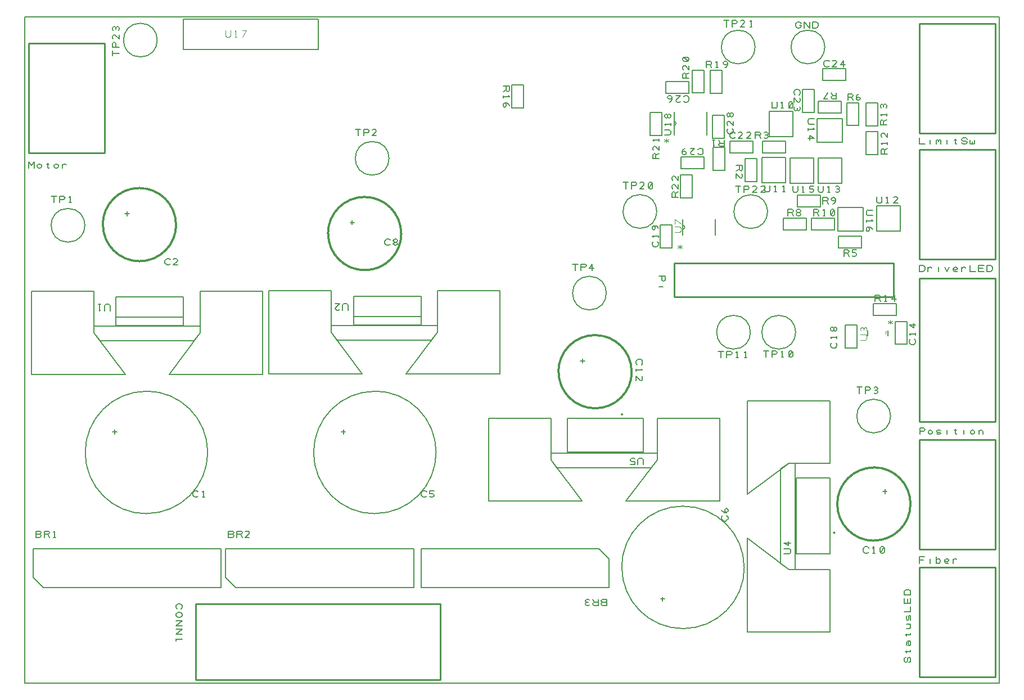
<source format=gbr>
%FSLAX23Y23*%
%MOIN*%
G04 EasyPC Gerber Version 17.0 Build 3379 *
%ADD126C,0.00300*%
%ADD80C,0.00500*%
%ADD125C,0.00600*%
%ADD128C,0.00787*%
%ADD124C,0.00800*%
%ADD97C,0.01000*%
%ADD129C,0.01200*%
X0Y0D02*
D02*
D80*
X74Y35D02*
X5850D01*
Y3984*
X74*
Y35*
X97Y3086D02*
Y3124D01*
X113Y3105*
X129Y3124*
Y3086*
X147Y3096D02*
X151Y3089D01*
X157Y3086*
X163*
X169Y3089*
X172Y3096*
Y3102*
X169Y3108*
X163Y3111*
X157*
X151Y3108*
X147Y3102*
Y3096*
X204Y3111D02*
X216D01*
X210Y3118D02*
Y3089D01*
X213Y3086*
X216*
X219Y3089*
X247Y3096D02*
X250Y3089D01*
X257Y3086*
X263*
X269Y3089*
X272Y3096*
Y3102*
X269Y3108*
X263Y3111*
X257*
X250Y3108*
X247Y3102*
Y3096*
X297Y3086D02*
Y3111D01*
Y3102D02*
X301Y3108D01*
X307Y3111*
X313*
X319Y3108*
X124Y829D02*
X1238D01*
Y600*
X183*
X124Y659*
Y829*
X161Y917D02*
X167Y913D01*
X170Y907*
X167Y901*
X161Y898*
X139*
Y935*
X161*
X167Y932*
X170Y926*
X167Y920*
X161Y917*
X139*
X189Y898D02*
Y935D01*
X211*
X217Y932*
X220Y926*
X217Y920*
X211Y917*
X189*
X211D02*
X220Y898D01*
X245D02*
X257D01*
X251D02*
Y935D01*
X245Y929*
X246Y2882D02*
Y2919D01*
X230D02*
X262D01*
X280Y2882D02*
Y2919D01*
X302*
X308Y2916*
X312Y2910*
X308Y2904*
X302Y2901*
X280*
X337Y2882D02*
X349D01*
X343D02*
Y2919D01*
X337Y2913*
X484Y2149D02*
Y2110D01*
X519Y2063*
X1078*
X1114Y2110*
Y2149*
X484*
Y2356D02*
Y2110D01*
X669Y1864*
X114*
Y2356*
X484*
X580Y2241D02*
Y2270D01*
X576Y2276*
X570Y2279*
X558*
X551Y2276*
X548Y2270*
Y2241*
X523Y2279D02*
X511D01*
X517D02*
Y2241D01*
X523Y2248*
X595Y1523D02*
X620D01*
X608Y1511D02*
Y1536D01*
X632Y3767D02*
X594D01*
Y3752D02*
Y3783D01*
X632Y3802D02*
X594D01*
Y3823*
X598Y3830*
X604Y3833*
X610Y3830*
X613Y3823*
Y3802*
X632Y3877D02*
Y3852D01*
X610Y3873*
X604Y3877*
X598Y3873*
X594Y3867*
Y3858*
X598Y3852*
X629Y3905D02*
X632Y3911D01*
Y3917*
X629Y3923*
X623Y3927*
X616Y3923*
X613Y3917*
Y3911*
Y3917D02*
X610Y3923D01*
X604Y3927*
X598Y3923*
X594Y3917*
Y3911*
X598Y3905*
X667Y2818D02*
X692D01*
X680Y2805D02*
Y2830D01*
X795Y1039D02*
G75*
G03Y1764J363D01*
G01*
G75*
G03Y1039J-363*
G01*
X937Y2519D02*
X933Y2516D01*
X927Y2513*
X918*
X912Y2516*
X908Y2519*
X905Y2525*
Y2538*
X908Y2544*
X912Y2547*
X918Y2550*
X927*
X933Y2547*
X937Y2544*
X980Y2513D02*
X955D01*
X977Y2535*
X980Y2541*
X977Y2547*
X971Y2550*
X962*
X955Y2547*
X976Y473D02*
X973Y476D01*
X970Y482*
Y492*
X973Y498*
X976Y501*
X982Y504*
X995*
X1001Y501*
X1004Y498*
X1007Y492*
Y482*
X1004Y476*
X1001Y473*
X982Y454D02*
X995D01*
X1001Y451*
X1004Y448*
X1007Y442*
Y435*
X1004Y429*
X1001Y426*
X995Y423*
X982*
X976Y426*
X973Y429*
X970Y435*
Y442*
X973Y448*
X976Y451*
X982Y454*
X970Y404D02*
X1007D01*
X970Y373*
X1007*
X970Y354D02*
X1007D01*
X970Y323*
X1007*
X970Y298D02*
Y285D01*
Y292D02*
X1007D01*
X1001Y298*
X1014Y2153D02*
Y2323D01*
X615*
Y2153*
X1014*
Y2203D02*
X615D01*
X1101Y1142D02*
X1098Y1139D01*
X1092Y1136*
X1083*
X1076Y1139*
X1073Y1142*
X1070Y1148*
Y1161*
X1073Y1167*
X1076Y1170*
X1083Y1173*
X1092*
X1098Y1170*
X1101Y1167*
X1126Y1136D02*
X1139D01*
X1133D02*
Y1173D01*
X1126Y1167*
X1114Y2356D02*
Y2110D01*
X929Y1864*
X1484*
Y2356*
X1114*
X1265Y829D02*
X2379D01*
Y600*
X1324*
X1265Y659*
Y829*
X1302Y917D02*
X1309Y913D01*
X1312Y907*
X1309Y901*
X1302Y898*
X1280*
Y935*
X1302*
X1309Y932*
X1312Y926*
X1309Y920*
X1302Y917*
X1280*
X1330Y898D02*
Y935D01*
X1352*
X1359Y932*
X1362Y926*
X1359Y920*
X1352Y917*
X1330*
X1352D02*
X1362Y898D01*
X1405D02*
X1380D01*
X1402Y920*
X1405Y926*
X1402Y932*
X1396Y935*
X1387*
X1380Y932*
X1889Y2153D02*
Y2114D01*
X1925Y2066*
X2484*
X2519Y2114*
Y2153*
X1889*
Y2360D02*
Y2114D01*
X2074Y1868*
X1519*
Y2360*
X1889*
X1950Y1523D02*
X1975D01*
X1962Y1511D02*
Y1536D01*
X1989Y2245D02*
Y2274D01*
X1986Y2280*
X1980Y2283*
X1967*
X1961Y2280*
X1958Y2274*
Y2245*
X1914Y2283D02*
X1939D01*
X1917Y2261*
X1914Y2255*
X1917Y2249*
X1923Y2245*
X1933*
X1939Y2249*
X2002Y2764D02*
X2027D01*
X2014Y2752D02*
Y2777D01*
X2049Y3280D02*
Y3317D01*
X2033D02*
X2065D01*
X2083Y3280D02*
Y3317D01*
X2105*
X2112Y3314*
X2115Y3308*
X2112Y3301*
X2105Y3298*
X2083*
X2158Y3280D02*
X2133D01*
X2155Y3301*
X2158Y3308*
X2155Y3314*
X2149Y3317*
X2140*
X2133Y3314*
X2149Y1039D02*
G75*
G03Y1764J363D01*
G01*
G75*
G03Y1039J-363*
G01*
X2240Y2635D02*
X2237Y2632D01*
X2230Y2629*
X2221*
X2215Y2632*
X2212Y2635*
X2208Y2641*
Y2654*
X2212Y2660*
X2215Y2663*
X2221Y2666*
X2230*
X2237Y2663*
X2240Y2660*
X2268Y2648D02*
X2274D01*
X2280Y2651*
X2283Y2657*
X2280Y2663*
X2274Y2666*
X2268*
X2262Y2663*
X2258Y2657*
X2262Y2651*
X2268Y2648*
X2262Y2644*
X2258Y2638*
X2262Y2632*
X2268Y2629*
X2274*
X2280Y2632*
X2283Y2638*
X2280Y2644*
X2274Y2648*
X2424Y2157D02*
Y2327D01*
X2024*
Y2157*
X2424*
Y2207D02*
X2024D01*
X2456Y1142D02*
X2453Y1139D01*
X2446Y1136*
X2437*
X2431Y1139*
X2428Y1142*
X2425Y1148*
Y1161*
X2428Y1167*
X2431Y1170*
X2437Y1173*
X2446*
X2453Y1170*
X2456Y1167*
X2475Y1139D02*
X2481Y1136D01*
X2490*
X2496Y1139*
X2500Y1145*
Y1148*
X2496Y1154*
X2490Y1157*
X2475*
Y1173*
X2500*
X2519Y2360D02*
Y2114D01*
X2334Y1868*
X2889*
Y2360*
X2519*
X2909Y3572D02*
X2947D01*
Y3550*
X2943Y3544*
X2937Y3541*
X2931Y3544*
X2928Y3550*
Y3572*
Y3550D02*
X2909Y3541D01*
Y3516D02*
Y3503D01*
Y3509D02*
X2947D01*
X2940Y3516*
X2918Y3472D02*
X2925Y3469D01*
X2928Y3463*
Y3456*
X2925Y3450*
X2918Y3447*
X2912Y3450*
X2909Y3456*
Y3463*
X2912Y3469*
X2918Y3472*
X2928*
X2937Y3469*
X2943Y3463*
X2947Y3456*
X3192Y1397D02*
Y1358D01*
X3228Y1311*
X3787*
X3822Y1358*
Y1397*
X3192*
Y1604D02*
Y1358D01*
X3377Y1112*
X2822*
Y1604*
X3192*
X3336Y2480D02*
Y2518D01*
X3321D02*
X3352D01*
X3371Y2480D02*
Y2518D01*
X3393*
X3399Y2515*
X3402Y2509*
X3399Y2502*
X3393Y2499*
X3371*
X3436Y2480D02*
Y2518D01*
X3421Y2493*
X3446*
X3368Y1945D02*
X3393D01*
X3380Y1933D02*
Y1958D01*
X3500Y512D02*
X3494Y515D01*
X3491Y522*
X3494Y528*
X3500Y531*
X3522*
Y493*
X3500*
X3494Y497*
X3491Y503*
X3494Y509*
X3500Y512*
X3522*
X3472Y531D02*
Y493D01*
X3450*
X3444Y497*
X3441Y503*
X3444Y509*
X3450Y512*
X3472*
X3450D02*
X3441Y531D01*
X3419Y528D02*
X3412Y531D01*
X3406*
X3400Y528*
X3397Y522*
X3400Y515*
X3406Y512*
X3412*
X3406D02*
X3400Y509D01*
X3397Y503*
X3400Y497*
X3406Y493*
X3412*
X3419Y497*
X3537Y600D02*
X2423D01*
Y829*
X3478*
X3537Y770*
Y600*
X3636Y2965D02*
Y3002D01*
X3620D02*
X3651D01*
X3670Y2965D02*
Y3002D01*
X3692*
X3698Y2999*
X3701Y2993*
X3698Y2987*
X3692Y2983*
X3670*
X3745Y2965D02*
X3720D01*
X3742Y2987*
X3745Y2993*
X3742Y2999*
X3736Y3002*
X3726*
X3720Y2999*
X3773Y2968D02*
X3779Y2965D01*
X3786*
X3792Y2968*
X3795Y2974*
Y2993*
X3792Y2999*
X3786Y3002*
X3779*
X3773Y2999*
X3770Y2993*
Y2974*
X3773Y2968*
X3792Y2999*
X3704Y1921D02*
X3701Y1924D01*
X3698Y1930*
Y1940*
X3701Y1946*
X3704Y1949*
X3710Y1952*
X3723*
X3729Y1949*
X3732Y1946*
X3735Y1940*
Y1930*
X3732Y1924*
X3729Y1921*
X3698Y1896D02*
Y1884D01*
Y1890D02*
X3735D01*
X3729Y1896*
X3698Y1827D02*
Y1852D01*
X3720Y1830*
X3726Y1827*
X3732Y1830*
X3735Y1837*
Y1846*
X3732Y1852*
X3739Y1330D02*
Y1358D01*
X3736Y1365*
X3729Y1368*
X3717*
X3711Y1365*
X3707Y1358*
Y1330*
X3689Y1365D02*
X3682Y1368D01*
X3673*
X3667Y1365*
X3664Y1358*
Y1355*
X3667Y1349*
X3673Y1346*
X3689*
Y1330*
X3664*
X3822Y1604D02*
Y1358D01*
X3637Y1112*
X4192*
Y1604*
X3822*
X3832Y2447D02*
X3870D01*
Y2425*
X3867Y2419*
X3860Y2416*
X3854Y2419*
X3851Y2425*
Y2447*
X3832Y2385D02*
X3857D01*
X3867D02*
X3824Y2651*
X3827Y2648D01*
X3830Y2642*
Y2632*
X3827Y2626*
X3824Y2623*
X3818Y2620*
X3805*
X3799Y2623*
X3796Y2626*
X3793Y2632*
Y2642*
X3796Y2648*
X3799Y2651*
X3830Y2676D02*
Y2688D01*
Y2682D02*
X3793D01*
X3799Y2676*
X3830Y2729D02*
X3827Y2735D01*
X3821Y2742*
X3811Y2745*
X3802*
X3796Y2742*
X3793Y2735*
Y2729*
X3796Y2723*
X3802Y2720*
X3808Y2723*
X3811Y2729*
Y2735*
X3808Y2742*
X3802Y2745*
X3834Y3142D02*
X3797D01*
Y3164*
X3800Y3170*
X3806Y3173*
X3812Y3170*
X3815Y3164*
Y3142*
Y3164D02*
X3834Y3173D01*
Y3217D02*
Y3192D01*
X3812Y3214*
X3806Y3217*
X3800Y3214*
X3797Y3207*
Y3198*
X3800Y3192*
X3834Y3248D02*
Y3261D01*
Y3254D02*
X3797D01*
X3803Y3248*
X3854Y520D02*
Y545D01*
X3867Y533D02*
X3842D01*
X3867Y3283D02*
X3895D01*
X3901Y3286*
X3904Y3292*
Y3305*
X3901Y3311*
X3895Y3314*
X3867*
X3904Y3339D02*
Y3352D01*
Y3346D02*
X3867D01*
X3873Y3339*
X3885Y3392D02*
Y3399D01*
X3882Y3405*
X3876Y3408*
X3870Y3405*
X3867Y3399*
Y3392*
X3870Y3386*
X3876Y3383*
X3882Y3386*
X3885Y3392*
X3888Y3386*
X3895Y3383*
X3901Y3386*
X3904Y3392*
Y3399*
X3901Y3405*
X3895Y3408*
X3888Y3405*
X3885Y3399*
X3948Y2915D02*
X3911D01*
Y2937*
X3914Y2944*
X3920Y2947*
X3926Y2944*
X3930Y2937*
Y2915*
Y2937D02*
X3948Y2947D01*
Y2990D02*
Y2965D01*
X3926Y2987*
X3920Y2990*
X3914Y2987*
X3911Y2981*
Y2972*
X3914Y2965*
X3948Y3040D02*
Y3015D01*
X3926Y3037*
X3920Y3040*
X3914Y3037*
X3911Y3031*
Y3022*
X3914Y3015*
X3979Y3510D02*
X3982Y3513D01*
X3988Y3516*
X3998*
X4004Y3513*
X4007Y3510*
X4010Y3503*
Y3491*
X4007Y3485*
X4004Y3481*
X3998Y3478*
X3988*
X3982Y3481*
X3979Y3485*
X3935Y3516D02*
X3960D01*
X3938Y3494*
X3935Y3488*
X3938Y3481*
X3945Y3478*
X3954*
X3960Y3481*
X3910Y3506D02*
X3907Y3500D01*
X3901Y3497*
X3895*
X3888Y3500*
X3885Y3506*
X3888Y3513*
X3895Y3516*
X3901*
X3907Y3513*
X3910Y3506*
Y3497*
X3907Y3488*
X3901Y3481*
X3895Y3478*
X4011Y3620D02*
X3974D01*
Y3642*
X3977Y3648*
X3983Y3651*
X3989Y3648*
X3993Y3642*
Y3620*
Y3642D02*
X4011Y3651D01*
Y3695D02*
Y3670D01*
X3989Y3692*
X3983Y3695*
X3977Y3692*
X3974Y3685*
Y3676*
X3977Y3670*
X4008Y3723D02*
X4011Y3729D01*
Y3735*
X4008Y3742*
X4002Y3745*
X3983*
X3977Y3742*
X3974Y3735*
Y3729*
X3977Y3723*
X3983Y3720*
X4002*
X4008Y3723*
X3977Y3742*
X4064Y3198D02*
X4067Y3201D01*
X4073Y3204*
X4083*
X4089Y3201*
X4092Y3198*
X4095Y3192*
Y3179*
X4092Y3173*
X4089Y3170*
X4083Y3167*
X4073*
X4067Y3170*
X4064Y3173*
X4020Y3204D02*
X4045D01*
X4023Y3182*
X4020Y3176*
X4023Y3170*
X4029Y3167*
X4039*
X4045Y3170*
X3986Y3204D02*
X3979Y3201D01*
X3973Y3195*
X3970Y3186*
Y3176*
X3973Y3170*
X3979Y3167*
X3986*
X3992Y3170*
X3995Y3176*
X3992Y3182*
X3986Y3186*
X3979*
X3973Y3182*
X3970Y3176*
X4114Y3682D02*
Y3720D01*
X4136*
X4142Y3717*
X4145Y3710*
X4142Y3704*
X4136Y3701*
X4114*
X4136D02*
X4145Y3682D01*
X4170D02*
X4182D01*
X4176D02*
Y3720D01*
X4170Y3713*
X4223Y3682D02*
X4229Y3685D01*
X4236Y3692*
X4239Y3701*
Y3710*
X4236Y3717*
X4229Y3720*
X4223*
X4217Y3717*
X4214Y3710*
X4217Y3704*
X4223Y3701*
X4229*
X4236Y3704*
X4239Y3710*
X4200Y1962D02*
Y1999D01*
X4185D02*
X4216D01*
X4235Y1962D02*
Y1999D01*
X4256*
X4263Y1996*
X4266Y1990*
X4263Y1984*
X4256Y1980*
X4235*
X4291Y1962D02*
X4303D01*
X4297D02*
Y1999D01*
X4291Y1993*
X4341Y1962D02*
X4353D01*
X4347D02*
Y1999D01*
X4341Y1993*
X4232Y3925D02*
Y3962D01*
X4216D02*
X4247D01*
X4266Y3925D02*
Y3962D01*
X4288*
X4294Y3959*
X4297Y3953*
X4294Y3946*
X4288Y3943*
X4266*
X4341Y3925D02*
X4316D01*
X4338Y3946*
X4341Y3953*
X4338Y3959*
X4332Y3962*
X4322*
X4316Y3959*
X4372Y3925D02*
X4385D01*
X4379D02*
Y3962D01*
X4372Y3956*
X4219Y3253D02*
Y3216D01*
X4197*
X4190Y3219*
X4187Y3225*
X4190Y3232*
X4197Y3235*
X4219*
X4197D02*
X4187Y3253D01*
X4162D02*
X4150D01*
X4156D02*
Y3216D01*
X4162Y3222*
X4235Y1027D02*
X4238Y1024D01*
X4242Y1017*
Y1008*
X4238Y1002*
X4235Y999*
X4229Y995*
X4217*
X4210Y999*
X4207Y1002*
X4204Y1008*
Y1017*
X4207Y1024*
X4210Y1027*
X4232Y1045D02*
X4226Y1049D01*
X4223Y1055*
Y1061*
X4226Y1067*
X4232Y1070*
X4238Y1067*
X4242Y1061*
Y1055*
X4238Y1049*
X4232Y1045*
X4223*
X4213Y1049*
X4207Y1055*
X4204Y1061*
X4285Y3269D02*
X4282Y3266D01*
X4275Y3263*
X4266*
X4260Y3266*
X4257Y3269*
X4253Y3275*
Y3288*
X4257Y3294*
X4260Y3297*
X4266Y3300*
X4275*
X4282Y3297*
X4285Y3294*
X4328Y3263D02*
X4303D01*
X4325Y3285*
X4328Y3291*
X4325Y3297*
X4319Y3300*
X4310*
X4303Y3297*
X4378Y3263D02*
X4353D01*
X4375Y3285*
X4378Y3291*
X4375Y3297*
X4369Y3300*
X4360*
X4353Y3297*
X4290Y3102D02*
X4328D01*
Y3080*
X4325Y3074*
X4319Y3071*
X4312Y3074*
X4309Y3080*
Y3102*
Y3080D02*
X4290Y3071D01*
Y3027D02*
Y3052D01*
X4312Y3030*
X4319Y3027*
X4325Y3030*
X4328Y3036*
Y3046*
X4325Y3052*
X4267Y3321D02*
X4270Y3318D01*
X4273Y3312*
Y3302*
X4270Y3296*
X4267Y3293*
X4261Y3290*
X4248*
X4242Y3293*
X4239Y3296*
X4236Y3302*
Y3312*
X4239Y3318*
X4242Y3321*
X4273Y3365D02*
Y3340D01*
X4251Y3362*
X4245Y3365*
X4239Y3362*
X4236Y3356*
Y3346*
X4239Y3340*
X4254Y3399D02*
Y3406D01*
X4251Y3412*
X4245Y3415*
X4239Y3412*
X4236Y3406*
Y3399*
X4239Y3393*
X4245Y3390*
X4251Y3393*
X4254Y3399*
X4258Y3393*
X4264Y3390*
X4270Y3393*
X4273Y3399*
Y3406*
X4270Y3412*
X4264Y3415*
X4258Y3412*
X4254Y3406*
X4303Y2942D02*
Y2980D01*
X4287D02*
X4318D01*
X4337Y2942D02*
Y2980D01*
X4359*
X4365Y2976*
X4368Y2970*
X4365Y2964*
X4359Y2961*
X4337*
X4412Y2942D02*
X4387D01*
X4409Y2964*
X4412Y2970*
X4409Y2976*
X4403Y2980*
X4393*
X4387Y2976*
X4462Y2942D02*
X4437D01*
X4459Y2964*
X4462Y2970*
X4459Y2976*
X4453Y2980*
X4443*
X4437Y2976*
X4338Y720D02*
G75*
G03X3613I-363D01*
G01*
G75*
G03X4338I363*
G01*
X4405Y3263D02*
Y3300D01*
X4427*
X4433Y3297*
X4436Y3291*
X4433Y3285*
X4427Y3282*
X4405*
X4427D02*
X4436Y3263D01*
X4458Y3266D02*
X4464Y3263D01*
X4471*
X4477Y3266*
X4480Y3272*
X4477Y3279*
X4471Y3282*
X4464*
X4471D02*
X4477Y3285D01*
X4480Y3291*
X4477Y3297*
X4471Y3300*
X4464*
X4458Y3297*
X4468Y1966D02*
Y2003D01*
X4452D02*
X4484D01*
X4502Y1966D02*
Y2003D01*
X4524*
X4530Y2000*
X4534Y1994*
X4530Y1988*
X4524Y1984*
X4502*
X4559Y1966D02*
X4571D01*
X4565D02*
Y2003D01*
X4559Y1997*
X4605Y1969D02*
X4612Y1966D01*
X4618*
X4624Y1969*
X4627Y1975*
Y1994*
X4624Y2000*
X4618Y2003*
X4612*
X4605Y2000*
X4602Y1994*
Y1975*
X4605Y1969*
X4624Y2000*
X4460Y2983D02*
Y2955D01*
X4463Y2949*
X4470Y2946*
X4482*
X4488Y2949*
X4491Y2955*
Y2983*
X4516Y2946D02*
X4529D01*
X4523D02*
Y2983D01*
X4516Y2977*
X4566Y2946D02*
X4579D01*
X4573D02*
Y2983D01*
X4566Y2977*
X4502Y3480D02*
Y3451D01*
X4505Y3445*
X4511Y3442*
X4523*
X4530Y3445*
X4533Y3451*
Y3480*
X4558Y3442D02*
X4570D01*
X4564D02*
Y3480D01*
X4558Y3473*
X4605Y3445D02*
X4611Y3442D01*
X4617*
X4623Y3445*
X4627Y3451*
Y3470*
X4623Y3476*
X4617Y3480*
X4611*
X4605Y3476*
X4602Y3470*
Y3451*
X4605Y3445*
X4623Y3476*
X4585Y2999D02*
Y3149D01*
X4445*
Y2999*
X4584*
X4598Y2805D02*
Y2843D01*
X4620*
X4626Y2840*
X4629Y2833*
X4626Y2827*
X4620Y2824*
X4598*
X4620D02*
X4629Y2805D01*
X4657Y2824D02*
X4664D01*
X4670Y2827*
X4673Y2833*
X4670Y2840*
X4664Y2843*
X4657*
X4651Y2840*
X4648Y2833*
X4651Y2827*
X4657Y2824*
X4651Y2821*
X4648Y2815*
X4651Y2808*
X4657Y2805*
X4664*
X4670Y2808*
X4673Y2815*
X4670Y2821*
X4664Y2824*
X4574Y800D02*
X4602D01*
X4609Y803*
X4612Y809*
Y822*
X4609Y828*
X4602Y831*
X4574*
X4612Y865D02*
X4574D01*
X4599Y850*
Y875*
X4639Y3521D02*
X4636Y3525D01*
X4633Y3531*
Y3540*
X4636Y3546*
X4639Y3550*
X4645Y3553*
X4658*
X4664Y3550*
X4667Y3546*
X4670Y3540*
Y3531*
X4667Y3525*
X4664Y3521*
X4633Y3478D02*
Y3503D01*
X4655Y3481*
X4661Y3478*
X4667Y3481*
X4670Y3487*
Y3496*
X4667Y3503*
X4636Y3450D02*
X4633Y3443D01*
Y3437*
X4636Y3431*
X4642Y3428*
X4649Y3431*
X4652Y3437*
Y3443*
Y3437D02*
X4655Y3431D01*
X4661Y3428*
X4667Y3431*
X4670Y3437*
Y3443*
X4667Y3450*
X4626Y2980D02*
Y2952D01*
X4629Y2946*
X4635Y2943*
X4647*
X4654Y2946*
X4657Y2952*
Y2980*
X4682Y2943D02*
X4694D01*
X4688D02*
Y2980D01*
X4682Y2974*
X4726Y2946D02*
X4732Y2943D01*
X4741*
X4747Y2946*
X4751Y2952*
Y2955*
X4747Y2962*
X4741Y2965*
X4726*
Y2980*
X4751*
X4627Y3275D02*
Y3425D01*
X4487*
Y3275*
X4626*
X4641Y1338D02*
X4602D01*
X4555Y1303*
Y744*
X4602Y708*
X4641*
Y1338*
X4667Y3932D02*
X4676D01*
Y3929*
X4673Y3923*
X4670Y3920*
X4664Y3917*
X4658*
X4651Y3920*
X4648Y3923*
X4645Y3929*
Y3942*
X4648Y3948*
X4651Y3951*
X4658Y3954*
X4664*
X4670Y3951*
X4673Y3948*
X4676Y3942*
X4695Y3917D02*
Y3954D01*
X4726Y3917*
Y3954*
X4745Y3917D02*
Y3954D01*
X4764*
X4770Y3951*
X4773Y3948*
X4776Y3942*
Y3929*
X4773Y3923*
X4770Y3920*
X4764Y3917*
X4745*
X4753Y3379D02*
X4725D01*
X4719Y3376*
X4716Y3370*
Y3358*
X4719Y3351*
X4725Y3348*
X4753*
X4716Y3323D02*
Y3311D01*
Y3317D02*
X4753D01*
X4747Y3323*
X4716Y3264D02*
X4753D01*
X4728Y3279*
Y3254*
X4750Y2805D02*
Y2843D01*
X4771*
X4778Y2840*
X4781Y2833*
X4778Y2827*
X4771Y2824*
X4750*
X4771D02*
X4781Y2805D01*
X4806D02*
X4818D01*
X4812D02*
Y2843D01*
X4806Y2836*
X4853Y2808D02*
X4859Y2805D01*
X4865*
X4871Y2808*
X4875Y2815*
Y2833*
X4871Y2840*
X4865Y2843*
X4859*
X4853Y2840*
X4850Y2833*
Y2815*
X4853Y2808*
X4871Y2840*
X4751Y2996D02*
Y3146D01*
X4611*
Y2996*
X4750*
X4777Y2980D02*
Y2952D01*
X4780Y2946*
X4786Y2943*
X4799*
X4805Y2946*
X4808Y2952*
Y2980*
X4833Y2943D02*
X4846D01*
X4840D02*
Y2980D01*
X4833Y2974*
X4880Y2946D02*
X4886Y2943D01*
X4893*
X4899Y2946*
X4902Y2952*
X4899Y2959*
X4893Y2962*
X4886*
X4893D02*
X4899Y2965D01*
X4902Y2971*
X4899Y2977*
X4893Y2980*
X4886*
X4880Y2977*
X4805Y2874D02*
Y2912D01*
X4827*
X4833Y2908*
X4836Y2902*
X4833Y2896*
X4827Y2893*
X4805*
X4827D02*
X4836Y2874D01*
X4864D02*
X4870Y2877D01*
X4877Y2883*
X4880Y2893*
Y2902*
X4877Y2908*
X4870Y2912*
X4864*
X4858Y2908*
X4855Y2902*
X4858Y2896*
X4864Y2893*
X4870*
X4877Y2896*
X4880Y2902*
X4842Y3694D02*
X4839Y3691D01*
X4832Y3688*
X4823*
X4817Y3691*
X4814Y3694*
X4811Y3700*
Y3713*
X4814Y3719*
X4817Y3722*
X4823Y3725*
X4832*
X4839Y3722*
X4842Y3719*
X4886Y3688D02*
X4861D01*
X4882Y3709*
X4886Y3716*
X4882Y3722*
X4876Y3725*
X4867*
X4861Y3722*
X4926Y3688D02*
Y3725D01*
X4911Y3700*
X4936*
X4848Y708D02*
X4602D01*
X4356Y893*
Y338*
X4848*
Y708*
Y1338D02*
X4602D01*
X4356Y1153*
Y1708*
X4848*
Y1338*
X4885Y3535D02*
Y3498D01*
X4863*
X4857Y3501*
X4854Y3507*
X4857Y3514*
X4863Y3517*
X4885*
X4863D02*
X4854Y3535D01*
X4835D02*
X4810Y3498D01*
X4835*
X4882Y2051D02*
X4885Y2048D01*
X4888Y2042*
Y2033*
X4885Y2026*
X4882Y2023*
X4875Y2020*
X4863*
X4857Y2023*
X4853Y2026*
X4850Y2033*
Y2042*
X4853Y2048*
X4857Y2051*
X4888Y2076D02*
Y2089D01*
Y2083D02*
X4850D01*
X4857Y2076*
X4869Y2130D02*
Y2136D01*
X4866Y2142*
X4860Y2145*
X4853Y2142*
X4850Y2136*
Y2130*
X4853Y2123*
X4860Y2120*
X4866Y2123*
X4869Y2130*
X4872Y2123*
X4878Y2120*
X4885Y2123*
X4888Y2130*
Y2136*
X4885Y2142*
X4878Y2145*
X4872Y2142*
X4869Y2136*
X4916Y2996D02*
Y3146D01*
X4776*
Y2996*
X4915*
X4919Y3381D02*
X4769D01*
Y3241*
X4919*
Y3380*
X4929Y2564D02*
Y2602D01*
X4951*
X4957Y2598*
X4960Y2592*
X4957Y2586*
X4951Y2583*
X4929*
X4951D02*
X4960Y2564D01*
X4979Y2567D02*
X4985Y2564D01*
X4994*
X5001Y2567*
X5004Y2573*
Y2577*
X5001Y2583*
X4994Y2586*
X4979*
Y2602*
X5004*
X4952Y3489D02*
Y3527D01*
X4974*
X4980Y3524*
X4984Y3517*
X4980Y3511*
X4974Y3508*
X4952*
X4974D02*
X4984Y3489D01*
X5002Y3499D02*
X5005Y3505D01*
X5012Y3508*
X5018*
X5024Y3505*
X5027Y3499*
X5024Y3492*
X5018Y3489*
X5012*
X5005Y3492*
X5002Y3499*
Y3508*
X5005Y3517*
X5012Y3524*
X5018Y3527*
X5021Y1751D02*
Y1789D01*
X5006D02*
X5037D01*
X5056Y1751D02*
Y1789D01*
X5078*
X5084Y1785*
X5087Y1779*
X5084Y1773*
X5078Y1770*
X5056*
X5109Y1754D02*
X5115Y1751D01*
X5121*
X5128Y1754*
X5131Y1760*
X5128Y1767*
X5121Y1770*
X5115*
X5121D02*
X5128Y1773D01*
X5131Y1779*
X5128Y1785*
X5121Y1789*
X5115*
X5109Y1785*
X5076Y810D02*
X5073Y807D01*
X5067Y804*
X5057*
X5051Y807*
X5048Y810*
X5045Y817*
Y829*
X5048Y835*
X5051Y839*
X5057Y842*
X5067*
X5073Y839*
X5076Y835*
X5101Y804D02*
X5114D01*
X5107D02*
Y842D01*
X5101Y835*
X5148Y807D02*
X5154Y804D01*
X5161*
X5167Y807*
X5170Y814*
Y832*
X5167Y839*
X5161Y842*
X5154*
X5148Y839*
X5145Y832*
Y814*
X5148Y807*
X5167Y839*
X5045Y2852D02*
X4895D01*
Y2712*
X5045*
Y2851*
X5100Y2837D02*
X5071D01*
X5065Y2834*
X5062Y2828*
Y2815*
X5065Y2809*
X5071Y2806*
X5100*
X5062Y2781D02*
Y2768D01*
Y2775D02*
X5100D01*
X5093Y2781*
X5071Y2737D02*
X5078Y2734D01*
X5081Y2728*
Y2722*
X5078Y2715*
X5071Y2712*
X5065Y2715*
X5062Y2722*
Y2728*
X5065Y2734*
X5071Y2737*
X5081*
X5090Y2734*
X5096Y2728*
X5100Y2722*
X5115Y2296D02*
Y2334D01*
X5137*
X5143Y2331*
X5146Y2324*
X5143Y2318*
X5137Y2315*
X5115*
X5137D02*
X5146Y2296D01*
X5171D02*
X5183D01*
X5177D02*
Y2334D01*
X5171Y2328*
X5230Y2296D02*
Y2334D01*
X5215Y2309*
X5240*
X5124Y2917D02*
Y2888D01*
X5127Y2882*
X5133Y2879*
X5145*
X5152Y2882*
X5155Y2888*
Y2917*
X5180Y2879D02*
X5192D01*
X5186D02*
Y2917D01*
X5180Y2910*
X5249Y2879D02*
X5224D01*
X5245Y2901*
X5249Y2907*
X5245Y2913*
X5239Y2917*
X5230*
X5224Y2913*
X5172Y1182D02*
Y1157D01*
X5159Y1170D02*
X5184D01*
X5183Y3342D02*
X5146D01*
Y3364*
X5149Y3370*
X5155Y3373*
X5161Y3370*
X5164Y3364*
Y3342*
Y3364D02*
X5183Y3373D01*
Y3398D02*
Y3411D01*
Y3405D02*
X5146D01*
X5152Y3398*
X5180Y3445D02*
X5183Y3451D01*
Y3458*
X5180Y3464*
X5174Y3467*
X5167Y3464*
X5164Y3458*
Y3451*
Y3458D02*
X5161Y3464D01*
X5155Y3467*
X5149Y3464*
X5146Y3458*
Y3451*
X5149Y3445*
X5188Y3170D02*
X5150D01*
Y3192*
X5153Y3198*
X5159Y3202*
X5166Y3198*
X5169Y3192*
Y3170*
Y3192D02*
X5188Y3202D01*
Y3227D02*
Y3239D01*
Y3233D02*
X5150D01*
X5156Y3227*
X5188Y3295D02*
Y3270D01*
X5166Y3292*
X5159Y3295*
X5153Y3292*
X5150Y3286*
Y3277*
X5153Y3270*
X5262Y2712D02*
Y2862D01*
X5122*
Y2712*
X5261*
X5315Y157D02*
X5322Y160D01*
X5325Y166*
Y179*
X5322Y185*
X5315Y188*
X5309Y185*
X5306Y179*
Y166*
X5303Y160*
X5297Y157*
X5290Y160*
X5287Y166*
Y179*
X5290Y185*
X5297Y188*
X5300Y213D02*
Y226D01*
X5294Y220D02*
X5322D01*
X5325Y223*
Y226*
X5322Y229*
X5303Y257D02*
X5300Y263D01*
Y273*
X5303Y279*
X5309Y282*
X5319*
X5322Y279*
X5325Y273*
Y266*
X5322Y260*
X5319Y257*
X5315*
X5312Y260*
X5309Y266*
Y273*
X5312Y279*
X5315Y282*
X5319D02*
X5325D01*
X5300Y313D02*
Y326D01*
X5294Y320D02*
X5322D01*
X5325Y323*
Y326*
X5322Y329*
X5300Y357D02*
X5315D01*
X5322Y360*
X5325Y366*
Y373*
X5322Y379*
X5315Y382*
X5300D02*
X5325D01*
X5322Y407D02*
X5325Y413D01*
Y426*
X5322Y432*
X5315*
X5312Y426*
Y413*
X5309Y407*
X5303*
X5300Y413*
Y426*
X5303Y432*
X5287Y457D02*
X5325D01*
Y488*
Y507D02*
X5287D01*
Y538*
X5306Y532D02*
Y507D01*
X5325D02*
Y538D01*
Y557D02*
X5287D01*
Y576*
X5290Y582*
X5294Y585*
X5300Y588*
X5312*
X5319Y585*
X5322Y582*
X5325Y576*
Y557*
X5348Y2072D02*
X5351Y2069D01*
X5354Y2063*
Y2053*
X5351Y2047*
X5348Y2044*
X5342Y2041*
X5329*
X5323Y2044*
X5320Y2047*
X5317Y2053*
Y2063*
X5320Y2069*
X5323Y2072*
X5354Y2097D02*
Y2110D01*
Y2103D02*
X5317D01*
X5323Y2097*
X5354Y2157D02*
X5317D01*
X5342Y2141*
Y2166*
X5376Y745D02*
Y783D01*
X5408*
X5401Y764D02*
X5376D01*
X5439Y745D02*
Y770D01*
Y780D02*
X5476Y755*
X5480Y748D01*
X5486Y745*
X5492*
X5498Y748*
X5501Y755*
Y761*
X5498Y767*
X5492Y770*
X5486*
X5480Y767*
X5476Y761*
Y745D02*
Y783D01*
X5551Y748D02*
X5548Y745D01*
X5542*
X5536*
X5530Y748*
X5526Y755*
Y764*
X5530Y767*
X5536Y770*
X5542*
X5548Y767*
X5551Y764*
Y761*
X5548Y758*
X5542Y755*
X5536*
X5530Y758*
X5526Y761*
X5576Y745D02*
Y770D01*
Y761D02*
X5580Y767D01*
X5586Y770*
X5592*
X5598Y767*
X5377Y2474D02*
Y2511D01*
X5396*
X5402Y2508*
X5406Y2505*
X5409Y2499*
Y2486*
X5406Y2480*
X5402Y2477*
X5396Y2474*
X5377*
X5427D02*
Y2499D01*
Y2489D02*
X5431Y2495D01*
X5437Y2499*
X5443*
X5449Y2495*
X5490Y2474D02*
Y2499D01*
Y2508D02*
X5527Y2499*
X5540Y2474D01*
X5552Y2499*
X5602Y2477D02*
X5599Y2474D01*
X5593*
X5587*
X5581Y2477*
X5577Y2483*
Y2492*
X5581Y2495*
X5587Y2499*
X5593*
X5599Y2495*
X5602Y2492*
Y2489*
X5599Y2486*
X5593Y2483*
X5587*
X5581Y2486*
X5577Y2489*
X5627Y2474D02*
Y2499D01*
Y2489D02*
X5631Y2495D01*
X5637Y2499*
X5643*
X5649Y2495*
X5677Y2511D02*
Y2474D01*
X5709*
X5727D02*
Y2511D01*
X5759*
X5752Y2492D02*
X5727D01*
Y2474D02*
X5759D01*
X5777D02*
Y2511D01*
X5796*
X5802Y2508*
X5806Y2505*
X5809Y2499*
Y2486*
X5806Y2480*
X5802Y2477*
X5796Y2474*
X5777*
X5377Y3267D02*
Y3229D01*
X5409*
X5440D02*
Y3254D01*
Y3264D02*
X5477Y3229*
Y3254D01*
Y3251D02*
X5481Y3254D01*
X5487*
X5490Y3251*
Y3242*
Y3251D02*
X5493Y3254D01*
X5499*
X5502Y3251*
Y3229*
X5540D02*
Y3254D01*
Y3264D02*
X5584Y3254*
X5596D01*
X5590Y3261D02*
Y3233D01*
X5593Y3229*
X5596*
X5599Y3233*
X5627Y3239D02*
X5631Y3233D01*
X5637Y3229*
X5649*
X5656Y3233*
X5659Y3239*
X5656Y3245*
X5649Y3248*
X5637*
X5631Y3251*
X5627Y3258*
X5631Y3264*
X5637Y3267*
X5649*
X5656Y3264*
X5659Y3258*
X5677Y3254D02*
Y3233D01*
X5681Y3229*
X5687*
X5690Y3233*
Y3242*
Y3233D02*
X5693Y3229D01*
X5699*
X5702Y3233*
Y3254*
X5379Y1509D02*
Y1546D01*
X5400*
X5407Y1543*
X5410Y1537*
X5407Y1531*
X5400Y1528*
X5379*
X5429Y1518D02*
X5432Y1512D01*
X5438Y1509*
X5444*
X5450Y1512*
X5454Y1518*
Y1525*
X5450Y1531*
X5444Y1534*
X5438*
X5432Y1531*
X5429Y1525*
Y1518*
X5479Y1512D02*
X5485Y1509D01*
X5497*
X5504Y1512*
Y1518*
X5497Y1521*
X5485*
X5479Y1525*
Y1531*
X5485Y1534*
X5497*
X5504Y1531*
X5541Y1509D02*
Y1534D01*
Y1543D02*
X5585Y1534*
X5597D01*
X5591Y1540D02*
Y1512D01*
X5594Y1509*
X5597*
X5600Y1512*
X5641Y1509D02*
Y1534D01*
Y1543D02*
X5679Y1518*
X5682Y1512D01*
X5688Y1509*
X5694*
X5700Y1512*
X5704Y1518*
Y1525*
X5700Y1531*
X5694Y1534*
X5688*
X5682Y1531*
X5679Y1525*
Y1518*
X5729Y1509D02*
Y1534D01*
Y1525D02*
X5732Y1531D01*
X5738Y1534*
X5744*
X5750Y1531*
X5754Y1525*
Y1509*
D02*
D97*
X97Y3827D02*
Y3177D01*
X547*
Y3827*
X97*
X2536Y504D02*
X1086D01*
Y54*
X2536*
Y504*
X5223Y2522D02*
X3923D01*
Y2322*
X5223*
Y2522*
X5376Y1477D02*
Y827D01*
X5826*
Y1477*
X5376*
Y2433D02*
Y1583D01*
X5826*
Y2433*
X5376*
Y3197D02*
Y2547D01*
X5826*
Y3197*
X5376*
X5377Y721D02*
Y71D01*
X5827*
Y721*
X5377*
Y3945D02*
Y3295D01*
X5827*
Y3945*
X5377*
D02*
D124*
X330Y2848D02*
G75*
G03Y2648J-100D01*
G01*
G75*
G03Y2848J100*
G01*
X759Y3946D02*
G75*
G03Y3746J-100D01*
G01*
G75*
G03Y3946J100*
G01*
X2133Y3245D02*
G75*
G03Y3045J-100D01*
G01*
G75*
G03Y3245J100*
G01*
X3031Y3443D02*
X2961D01*
Y3579*
X3031*
Y3443*
X3421Y2446D02*
G75*
G03Y2246J-100D01*
G01*
G75*
G03Y2446J100*
G01*
X3720Y2930D02*
G75*
G03Y2730J-100D01*
G01*
G75*
G03Y2930J100*
G01*
X3781Y3416D02*
X3851D01*
Y3280*
X3781*
Y3416*
X3841Y2749D02*
X3911D01*
Y2613*
X3841*
Y2749*
X3960Y3046D02*
X4030D01*
Y2910*
X3960*
Y3046*
X4009Y3601D02*
Y3531D01*
X3873*
Y3601*
X4009*
X4029Y3668D02*
X4100D01*
Y3532*
X4029*
Y3668*
X4101Y3152D02*
Y3082D01*
X3965*
Y3152*
X4101*
X4136Y3667D02*
X4206D01*
Y3531*
X4136*
Y3667*
X4221Y3263D02*
X4151D01*
Y3399*
X4221*
Y3263*
X4222Y3073D02*
X4152D01*
Y3209*
X4222*
Y3073*
X4275Y2214D02*
G75*
G03Y2014J-100D01*
G01*
G75*
G03Y2214J100*
G01*
X4303Y3905D02*
G75*
G03Y3705J-100D01*
G01*
G75*
G03Y3905J100*
G01*
X4342Y3142D02*
X4412D01*
Y3006*
X4342*
Y3142*
X4377Y2929D02*
G75*
G03Y2729J-100D01*
G01*
G75*
G03Y2929J100*
G01*
X4390Y3247D02*
Y3177D01*
X4254*
Y3247*
X4390*
X4447Y3177D02*
Y3247D01*
X4583*
Y3177*
X4447*
X4543Y2214D02*
G75*
G03Y2014J-100D01*
G01*
G75*
G03Y2214J100*
G01*
X4707Y2789D02*
Y2719D01*
X4571*
Y2789*
X4707*
X4716Y3905D02*
G75*
G03Y3705J-100D01*
G01*
G75*
G03Y3905J100*
G01*
X4737Y2719D02*
Y2789D01*
X4873*
Y2719*
X4737*
X4755Y3416D02*
X4685D01*
Y3552*
X4755*
Y3416*
X4790Y2927D02*
Y2857D01*
X4654*
Y2927*
X4790*
X4912Y3483D02*
Y3413D01*
X4776*
Y3483*
X4912*
X4938Y2156D02*
X5008D01*
Y2020*
X4938*
Y2156*
X4941Y3678D02*
Y3608D01*
X4805*
Y3678*
X4941*
X5017Y3339D02*
X4947D01*
Y3475*
X5017*
Y3339*
X5032Y2684D02*
Y2614D01*
X4896*
Y2684*
X5032*
X5059Y3304D02*
X5129D01*
Y3168*
X5059*
Y3304*
X5106Y1717D02*
G75*
G03Y1517J-100D01*
G01*
G75*
G03Y1717J100*
G01*
X5129Y3337D02*
X5059D01*
Y3473*
X5129*
Y3337*
X5239Y2283D02*
Y2213D01*
X5103*
Y2283*
X5239*
X5302Y2042D02*
X5232D01*
Y2178*
X5302*
Y2042*
D02*
D125*
X1014Y3789D02*
X1812D01*
Y3971*
X1014*
Y3789*
X3922Y3340D02*
G75*
G03Y3364J12D01*
G01*
Y3420D02*
Y3284D01*
X3974Y2724D02*
G75*
G03Y2748J12D01*
G01*
Y2782D02*
Y2690D01*
X4118Y3284D02*
Y3420D01*
X4167Y2690D02*
Y2782D01*
X5069Y2125D02*
Y2094D01*
X5179Y2116D02*
G75*
G03Y2104I10J-6D01*
G01*
X5189Y2094D02*
Y2125D01*
D02*
D126*
X1263Y3902D02*
Y3874D01*
X1266Y3868*
X1272Y3865*
X1284*
X1291Y3868*
X1294Y3874*
Y3902*
X1319Y3865D02*
X1331D01*
X1325D02*
Y3902D01*
X1319Y3896*
X1363Y3865D02*
X1388Y3902D01*
X1363*
X3877Y3237D02*
Y3262D01*
X3890Y3244D02*
X3865Y3256D01*
Y3244D02*
X3890Y3256D01*
X3927Y2708D02*
X3955D01*
X3961Y2711*
X3965Y2718*
Y2730*
X3961Y2736*
X3955Y2739*
X3927*
X3965Y2758D02*
X3927Y2783D01*
Y2758*
X3957Y2608D02*
Y2633D01*
X3969Y2614D02*
X3944Y2627D01*
Y2614D02*
X3969Y2627D01*
X5027Y2068D02*
X5056D01*
X5062Y2072*
X5065Y2078*
Y2090*
X5062Y2097*
X5056Y2100*
X5027*
X5062Y2122D02*
X5065Y2128D01*
Y2134*
X5062Y2140*
X5056Y2143*
X5049Y2140*
X5046Y2134*
Y2128*
Y2134D02*
X5043Y2140D01*
X5037Y2143*
X5031Y2140*
X5027Y2134*
Y2128*
X5031Y2122*
X5204Y2187D02*
Y2162D01*
X5191Y2181D02*
X5216Y2168D01*
Y2181D02*
X5191Y2168D01*
D02*
D128*
X3289Y1602D02*
Y1402D01*
X3739*
Y1602*
X3289*
X3614Y1622D02*
G75*
G03Y1632J5D01*
G01*
G75*
G03Y1622J-5*
G01*
X4846Y1250D02*
X4646D01*
Y800*
X4846*
Y1250*
X4866Y925D02*
G75*
G03X4876I5D01*
G01*
G75*
G03X4866I-5*
G01*
D02*
D129*
X537Y2752D02*
G75*
G03X970I217D01*
G01*
G75*
G03X537I-217*
G01*
X1872Y2699D02*
G75*
G03X2305I217D01*
G01*
G75*
G03X1872I-217*
G01*
X3238Y1880D02*
G75*
G03X3671I217D01*
G01*
G75*
G03X3238I-217*
G01*
X5107Y1312D02*
G75*
G03Y879J-217D01*
G01*
G75*
G03Y1312J217*
G01*
X0Y0D02*
M02*

</source>
